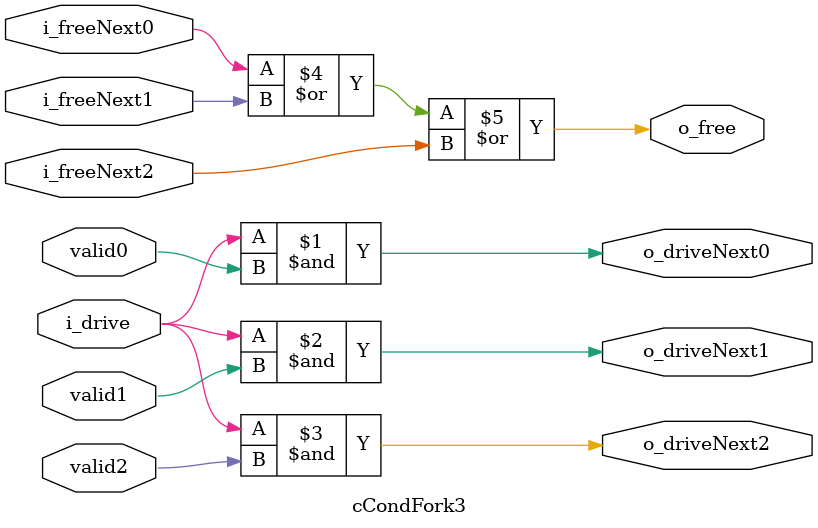
<source format=v>

`timescale 1ns / 1ps

module cCondFork3 (
    // in -->
    input       i_drive     ,
    output      o_free      ,
    // --> out0
    output      o_driveNext0,
    input       i_freeNext0 ,
    input       valid0      ,
    // --> out1
    output      o_driveNext1,
    input       i_freeNext1 ,
    input       valid1      ,
    // --> out2
    output      o_driveNext2,
    input       i_freeNext2 ,
    input       valid2
);

// control logic
assign o_driveNext0 = i_drive & valid0;
assign o_driveNext1 = i_drive & valid1;
assign o_driveNext2 = i_drive & valid2;

// simple free signal
// here can make some changes, if you need.
assign o_free       = i_freeNext0 | i_freeNext1 | i_freeNext2;

endmodule


</source>
